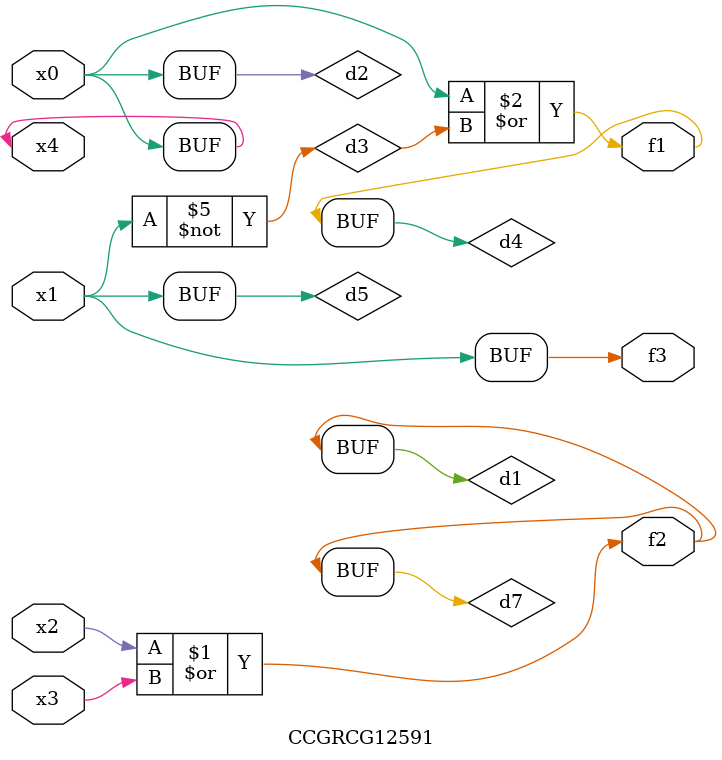
<source format=v>
module CCGRCG12591(
	input x0, x1, x2, x3, x4,
	output f1, f2, f3
);

	wire d1, d2, d3, d4, d5, d6, d7;

	or (d1, x2, x3);
	buf (d2, x0, x4);
	not (d3, x1);
	or (d4, d2, d3);
	not (d5, d3);
	nand (d6, d1, d3);
	or (d7, d1);
	assign f1 = d4;
	assign f2 = d7;
	assign f3 = d5;
endmodule

</source>
